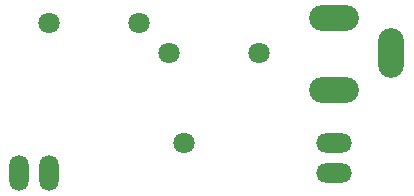
<source format=gbr>
G04 #@! TF.GenerationSoftware,KiCad,Pcbnew,(5.0.0)*
G04 #@! TF.CreationDate,2020-02-21T08:36:11-08:00*
G04 #@! TF.ProjectId,12V Power Circuit V4,31325620506F77657220436972637569,rev?*
G04 #@! TF.SameCoordinates,Original*
G04 #@! TF.FileFunction,Soldermask,Bot*
G04 #@! TF.FilePolarity,Negative*
%FSLAX46Y46*%
G04 Gerber Fmt 4.6, Leading zero omitted, Abs format (unit mm)*
G04 Created by KiCad (PCBNEW (5.0.0)) date 02/21/20 08:36:11*
%MOMM*%
%LPD*%
G01*
G04 APERTURE LIST*
%ADD10O,3.048000X1.625600*%
%ADD11O,1.625600X3.048000*%
%ADD12O,2.203200X4.203200*%
%ADD13O,4.203200X2.203200*%
%ADD14C,1.803400*%
G04 APERTURE END LIST*
D10*
G04 #@! TO.C,JP1*
X163906100Y-111348600D03*
X163906100Y-113888600D03*
G04 #@! TD*
D11*
G04 #@! TO.C,JP2*
X139776100Y-113888600D03*
X137236100Y-113888600D03*
G04 #@! TD*
D12*
G04 #@! TO.C,J1*
X168706100Y-103728600D03*
D13*
X163906100Y-100728600D03*
X163906100Y-106828600D03*
G04 #@! TD*
D14*
G04 #@! TO.C,J2*
X139776100Y-101188600D03*
X147396100Y-101188600D03*
G04 #@! TD*
G04 #@! TO.C,PAD1*
X151206100Y-111348600D03*
G04 #@! TD*
G04 #@! TO.C,J3*
X157556100Y-103728600D03*
X149936100Y-103728600D03*
G04 #@! TD*
M02*

</source>
